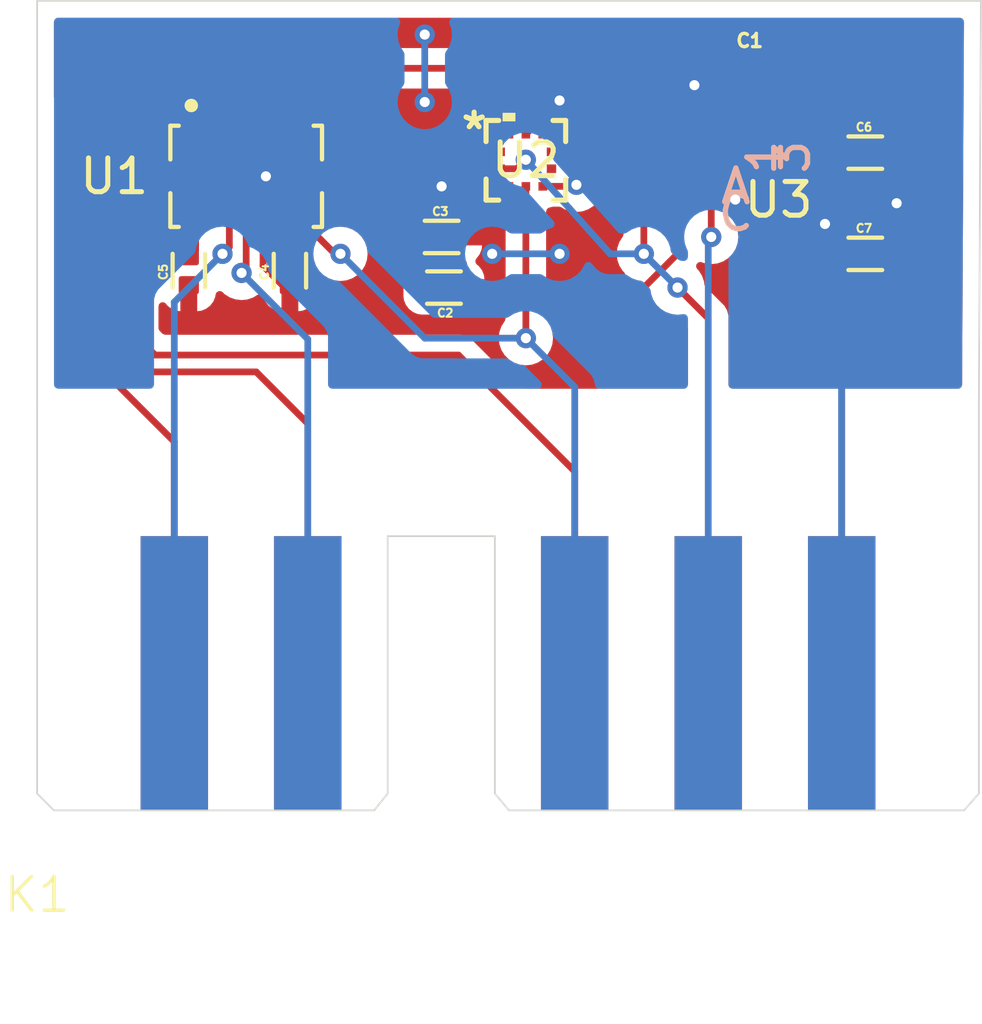
<source format=kicad_pcb>
(kicad_pcb (version 20240108) (generator "pcbnew") (generator_version "8.0")
  (layers (0 "F.Cu" signal) (31 "B.Cu" signal) (34 "B.Paste" user) (35 "F.Paste" user) (36 "B.SilkS" user "B.Silkscreen") (37 "F.SilkS" user "F.Silkscreen") (38 "B.Mask" user) (39 "F.Mask" user) (44 "Edge.Cuts" user))
  (net 0 "")
  (net 1 "SCL")
  (net 2 "MAG_INT")
  (net 3 "GND")
  (net 4 "SDA")
  (net 5 "+3V3")
  (net 6 "GYRO_INT_1")
  (net 7 "ACCEL_INT_1")
  (net 8 "GYRO_INT_2")
  (net 9 "ACCEL_INT_2")
  (net 13 "BARO_INT")
  (footprint "BMM350:BGA9_BMM350_BOS" (layer "F.Cu") (at 117 42.90005)
    (property "Reference" "U3" (at 0 0 0) (layer "F.SilkS"))
    (property "Value" "BMM350")
    (fp_text user "A" (at -1.27 -0.40005 0) (layer "B.SilkS"))
    (fp_text user "3" (at 0.40005 -1.27 90) (layer "B.SilkS"))
    (fp_text user "1" (at -0.40005 -1.27 90) (layer "B.SilkS"))
    (fp_text user "C" (at -1.27 0.40005 0) (layer "B.SilkS"))
    (fp_text user "A" (at -1.27 -0.40005 0) (layer "F.SilkS"))
    (fp_text user "C" (at -1.27 0.40005 0) (layer "F.SilkS"))
    (fp_text user "1" (at -0.40005 -1.27 90) (layer "F.SilkS"))
    (fp_text user "3" (at 0.40005 -1.27 90) (layer "F.SilkS"))
    (pad "A1" smd circle (at -0.40005 -0.40005) (size 0.2286 0.2286) (layers "F.Cu" "F.Paste" "F.Mask") (net 2 "MAG_INT"))
    (pad "A2" smd circle (at 0 -0.40005) (size 0.2286 0.2286) (layers "F.Cu" "F.Paste" "F.Mask") (net 4 "SDA"))
    (pad "A3" smd circle (at 0.40005 -0.40005) (size 0.2286 0.2286) (layers "F.Cu" "F.Paste" "F.Mask") (net 1 "SCL"))
    (pad "B1" smd circle (at -0.40005 0) (size 0.2286 0.2286) (layers "F.Cu" "F.Paste" "F.Mask") (net 3 "GND"))
    (pad "B2" smd circle (at 0 0) (size 0.2286 0.2286) (layers "F.Cu" "F.Paste" "F.Mask") (net 3 "GND"))
    (pad "B3" smd circle (at 0.40005 0) (size 0.2286 0.2286) (layers "F.Cu" "F.Paste" "F.Mask") (net 5 "+3V3"))
    (pad "C1" smd circle (at -0.40005 0.40005) (size 0.2286 0.2286) (layers "F.Cu" "F.Paste" "F.Mask") (net 5 "+3V3"))
    (pad "C2" smd circle (at 0 0.40005) (size 0.2286 0.2286) (layers "F.Cu" "F.Paste" "F.Mask") (net 5 "+3V3"))
    (pad "C3" smd circle (at 0.40005 0.40005) (size 0.2286 0.2286) (layers "F.Cu" "F.Paste" "F.Mask") (net 3 "GND"))
  )
  (footprint "CL05B104KP5NNNC:CAPC1005X55N" (layer "F.Cu") (at 119.57 44.5)
    (property "Reference" "C7" (at -0.038171 -0.755633 0) (layer "F.SilkS") (effects (font (size 0.241029 0.241029))))
    (property "Value" "100nF")
    (fp_line (start -0.5 0.48) (end 0.5 0.48) (stroke (width 0.127)) (layer "F.SilkS"))
    (fp_line (start 0.5 -0.48) (end -0.5 -0.48) (stroke (width 0.127)) (layer "F.SilkS"))
    (pad "1" smd roundrect (at -0.43 0 90) (size 0.6 0.54) (layers "F.Cu" "F.Paste" "F.Mask") (roundrect_rratio 0.14) (net 5 "+3V3"))
    (pad "2" smd roundrect (at 0.43 0 90) (size 0.6 0.54) (layers "F.Cu" "F.Paste" "F.Mask") (roundrect_rratio 0.14) (net 3 "GND"))
  )
  (footprint "CL05B104KP5NNNC:CAPC1005X55N" (layer "F.Cu") (at 119.57 41.5)
    (property "Reference" "C6" (at -0.038171 -0.755633 0) (layer "F.SilkS") (effects (font (size 0.241029 0.241029))))
    (property "Value" "100nF")
    (fp_line (start -0.5 0.48) (end 0.5 0.48) (stroke (width 0.127)) (layer "F.SilkS"))
    (fp_line (start 0.5 -0.48) (end -0.5 -0.48) (stroke (width 0.127)) (layer "F.SilkS"))
    (pad "1" smd roundrect (at -0.43 0 90) (size 0.6 0.54) (layers "F.Cu" "F.Paste" "F.Mask") (roundrect_rratio 0.14) (net 5 "+3V3"))
    (pad "2" smd roundrect (at 0.43 0 90) (size 0.6 0.54) (layers "F.Cu" "F.Paste" "F.Mask") (roundrect_rratio 0.14) (net 3 "GND"))
  )
  (footprint "CL05B104KP5NNNC:CAPC1005X55N" (layer "F.Cu") (at 99.5 45 90)
    (property "Reference" "C5" (at -0.038171 -0.755633 270) (layer "F.SilkS") (effects (font (size 0.241029 0.241029))))
    (property "Value" "100nF")
    (fp_line (start 0.5 -0.48) (end -0.5 -0.48) (stroke (width 0.127)) (layer "F.SilkS"))
    (fp_line (start -0.5 0.48) (end 0.5 0.48) (stroke (width 0.127)) (layer "F.SilkS"))
    (pad "1" smd roundrect (at -0.43 0 180) (size 0.6 0.54) (layers "F.Cu" "F.Paste" "F.Mask") (roundrect_rratio 0.14) (net 5 "+3V3"))
    (pad "2" smd roundrect (at 0.43 0 180) (size 0.6 0.54) (layers "F.Cu" "F.Paste" "F.Mask") (roundrect_rratio 0.14) (net 3 "GND"))
  )
  (footprint "CL05B104KP5NNNC:CAPC1005X55N" (layer "F.Cu") (at 107 44)
    (property "Reference" "C3" (at -0.038171 -0.755633 0) (layer "F.SilkS") (effects (font (size 0.241029 0.241029))))
    (property "Value" "100nF")
    (fp_line (start -0.5 0.48) (end 0.5 0.48) (stroke (width 0.127)) (layer "F.SilkS"))
    (fp_line (start 0.5 -0.48) (end -0.5 -0.48) (stroke (width 0.127)) (layer "F.SilkS"))
    (pad "1" smd roundrect (at -0.43 0 90) (size 0.6 0.54) (layers "F.Cu" "F.Paste" "F.Mask") (roundrect_rratio 0.14) (net 3 "GND"))
    (pad "2" smd roundrect (at 0.43 0 90) (size 0.6 0.54) (layers "F.Cu" "F.Paste" "F.Mask") (roundrect_rratio 0.14) (net 5 "+3V3"))
  )
  (footprint "BMI088:PQFN50P450X300X100-16N" (layer "F.Cu") (at 101.2025 42.2025)
    (property "Reference" "U1" (at -3.915 0 0) (layer "F.SilkS"))
    (property "Value" "BMI088")
    (fp_line (start -2.25 -1.5) (end -2 -1.5) (stroke (width 0.127)) (layer "F.SilkS"))
    (fp_line (start -2.25 -0.5) (end -2.25 -1.5) (stroke (width 0.127)) (layer "F.SilkS"))
    (fp_line (start -2.25 1.5) (end -2.25 0.5) (stroke (width 0.127)) (layer "F.SilkS"))
    (fp_line (start -2 1.5) (end -2.25 1.5) (stroke (width 0.127)) (layer "F.SilkS"))
    (fp_line (start 2.25 -1.5) (end 2 -1.5) (stroke (width 0.127)) (layer "F.SilkS"))
    (fp_line (start 2.25 -0.5) (end 2.25 -1.5) (stroke (width 0.127)) (layer "F.SilkS"))
    (fp_line (start 2.25 0.5) (end 2.25 1.5) (stroke (width 0.127)) (layer "F.SilkS"))
    (fp_line (start 2.25 1.5) (end 2 1.5) (stroke (width 0.127)) (layer "F.SilkS"))
    (fp_circle (center -1.629 -2.1) (end -1.529 -2.1) (stroke (width 0.2)) (fill none) (layer "F.SilkS"))
    (pad "1" smd rect (at -1.5 -1.165 270) (size 0.59 0.35) (layers "F.Cu" "F.Paste" "F.Mask") (net 9 "ACCEL_INT_2"))
    (pad "2" smd rect (at -1 -1.165 270) (size 0.59 0.35) (layers "F.Cu" "F.Paste" "F.Mask") (net 3 "GND"))
    (pad "3" smd rect (at -0.5 -1.165 270) (size 0.59 0.35) (layers "F.Cu" "F.Paste" "F.Mask") (net 5 "+3V3"))
    (pad "4" smd rect (at 0 -1.165 270) (size 0.59 0.35) (layers "F.Cu" "F.Paste" "F.Mask") (net 3 "GND"))
    (pad "5" smd rect (at 0.5 -1.165 270) (size 0.59 0.35) (layers "F.Cu" "F.Paste" "F.Mask"))
    (pad "6" smd rect (at 1 -1.165 270) (size 0.59 0.35) (layers "F.Cu" "F.Paste" "F.Mask") (net 3 "GND"))
    (pad "7" smd rect (at 1.5 -1.165 270) (size 0.59 0.35) (layers "F.Cu" "F.Paste" "F.Mask") (net 5 "+3V3"))
    (pad "8" smd rect (at 1.915 0 180) (size 0.59 0.35) (layers "F.Cu" "F.Paste" "F.Mask") (net 1 "SCL"))
    (pad "9" smd rect (at 1.5 1.165 90) (size 0.59 0.35) (layers "F.Cu" "F.Paste" "F.Mask") (net 4 "SDA"))
    (pad "10" smd rect (at 1 1.165 90) (size 0.59 0.35) (layers "F.Cu" "F.Paste" "F.Mask") (net 3 "GND"))
    (pad "11" smd rect (at 0.5 1.165 90) (size 0.59 0.35) (layers "F.Cu" "F.Paste" "F.Mask") (net 5 "+3V3"))
    (pad "12" smd rect (at 0 1.165 90) (size 0.59 0.35) (layers "F.Cu" "F.Paste" "F.Mask") (net 6 "GYRO_INT_1"))
    (pad "13" smd rect (at -0.5 1.165 90) (size 0.59 0.35) (layers "F.Cu" "F.Paste" "F.Mask") (net 8 "GYRO_INT_2"))
    (pad "14" smd rect (at -1 1.165 90) (size 0.59 0.35) (layers "F.Cu" "F.Paste" "F.Mask"))
    (pad "15" smd rect (at -1.5 1.165 90) (size 0.59 0.35) (layers "F.Cu" "F.Paste" "F.Mask") (net 3 "GND"))
    (pad "16" smd rect (at -1.915 0) (size 0.59 0.35) (layers "F.Cu" "F.Paste" "F.Mask") (net 7 "ACCEL_INT_1"))
  )
  (footprint "BMP581:QFN10_BMP581_BOS" (layer "F.Cu") (at 109.5 41.726999)
    (property "Reference" "U2" (at 0 0 0) (layer "F.SilkS"))
    (property "Value" "BMP581")
    (fp_line (start -1.1811 -1.1811) (end -1.1811 -0.555042) (stroke (width 0.1524)) (layer "F.SilkS"))
    (fp_line (start -1.1811 0.555042) (end -1.1811 1.1811) (stroke (width 0.1524)) (layer "F.SilkS"))
    (fp_line (start -1.1811 1.1811) (end -0.805041 1.1811) (stroke (width 0.1524)) (layer "F.SilkS"))
    (fp_line (start -0.805041 -1.1811) (end -1.1811 -1.1811) (stroke (width 0.1524)) (layer "F.SilkS"))
    (fp_line (start 0.805041 1.1811) (end 1.1811 1.1811) (stroke (width 0.1524)) (layer "F.SilkS"))
    (fp_line (start 1.1811 -1.1811) (end 0.805041 -1.1811) (stroke (width 0.1524)) (layer "F.SilkS"))
    (fp_line (start 1.1811 -0.555042) (end 1.1811 -1.1811) (stroke (width 0.1524)) (layer "F.SilkS"))
    (fp_line (start 1.1811 1.1811) (end 1.1811 0.555042) (stroke (width 0.1524)) (layer "F.SilkS"))
    (fp_poly (pts (xy -0.690499 -1.154001) (xy -0.690499 -1.408001) (xy -0.309499 -1.408001) (xy -0.309499 -1.154001)) (fill solid) (layer "F.SilkS"))
    (fp_text user "*" (at -1.535 -0.881 0) (layer "F.SilkS"))
    (fp_text user "*" (at -1.535 -0.881 0) (layer "F.SilkS"))
    (pad "1" smd rect (at -0.760301 -0.25 90) (size 0.254 0.2794) (layers "F.Cu" "F.Paste" "F.Mask") (net 5 "+3V3"))
    (pad "2" smd rect (at -0.760301 0.25 90) (size 0.254 0.2794) (layers "F.Cu" "F.Paste" "F.Mask") (net 1 "SCL"))
    (pad "3" smd rect (at -0.499999 0.773001) (size 0.254 0.254) (layers "F.Cu" "F.Paste" "F.Mask") (net 3 "GND"))
    (pad "4" smd rect (at 0 0.773001) (size 0.254 0.254) (layers "F.Cu" "F.Paste" "F.Mask") (net 4 "SDA"))
    (pad "5" smd rect (at 0.499999 0.773001) (size 0.254 0.254) (layers "F.Cu" "F.Paste" "F.Mask") (net 3 "GND"))
    (pad "6" smd rect (at 0.760301 0.25 90) (size 0.254 0.2794) (layers "F.Cu" "F.Paste" "F.Mask"))
    (pad "7" smd rect (at 0.760301 -0.25 90) (size 0.254 0.2794) (layers "F.Cu" "F.Paste" "F.Mask") (net 13 "BARO_INT"))
    (pad "8" smd rect (at 0.499999 -0.773001) (size 0.254 0.254) (layers "F.Cu" "F.Paste" "F.Mask") (net 3 "GND"))
    (pad "9" smd rect (at 0 -0.773001) (size 0.254 0.254) (layers "F.Cu" "F.Paste" "F.Mask") (net 3 "GND"))
    (pad "10" smd rect (at -0.499999 -0.773001) (size 0.254 0.254) (layers "F.Cu" "F.Paste" "F.Mask") (net 5 "+3V3"))
  )
  (footprint "CL05B104KP5NNNC:CAPC1005X55N" (layer "F.Cu") (at 102.5 45 90)
    (property "Reference" "C4" (at -0.038171 -0.755633 270) (layer "F.SilkS") (effects (font (size 0.241029 0.241029))))
    (property "Value" "100nF")
    (fp_line (start 0.5 -0.48) (end -0.5 -0.48) (stroke (width 0.127)) (layer "F.SilkS"))
    (fp_line (start -0.5 0.48) (end 0.5 0.48) (stroke (width 0.127)) (layer "F.SilkS"))
    (pad "1" smd roundrect (at -0.43 0 180) (size 0.6 0.54) (layers "F.Cu" "F.Paste" "F.Mask") (roundrect_rratio 0.14) (net 5 "+3V3"))
    (pad "2" smd roundrect (at 0.43 0 180) (size 0.6 0.54) (layers "F.Cu" "F.Paste" "F.Mask") (roundrect_rratio 0.14) (net 3 "GND"))
  )
  (footprint "CGB4B3X7R0J225K055AB:CAPC2012X55N" (layer "F.Cu") (at 116.59995 39.5)
    (property "Reference" "C1" (at -0.46 -1.32 0) (layer "F.SilkS") (effects (font (size 0.393701 0.393701))))
    (property "Value" "2.2uF")
    (pad "1" smd rect (at -0.88 0) (size 1.15 1.47) (layers "F.Cu" "F.Paste" "F.Mask") (net 3 "GND"))
    (pad "2" smd rect (at 0.88 0) (size 1.15 1.47) (layers "F.Cu" "F.Paste" "F.Mask") (net 5 "+3V3"))
  )
  (footprint "CL05B104KP5NNNC:CAPC1005X55N" (layer "F.Cu") (at 107.07 45.5 180)
    (property "Reference" "C2" (at -0.038171 -0.755633 180) (layer "F.SilkS") (effects (font (size 0.241029 0.241029))))
    (property "Value" "100nF")
    (fp_line (start 0.5 -0.48) (end -0.5 -0.48) (stroke (width 0.127)) (layer "F.SilkS"))
    (fp_line (start -0.5 0.48) (end 0.5 0.48) (stroke (width 0.127)) (layer "F.SilkS"))
    (pad "1" smd roundrect (at -0.43 0 270) (size 0.6 0.54) (layers "F.Cu" "F.Paste" "F.Mask") (roundrect_rratio 0.14) (net 5 "+3V3"))
    (pad "2" smd roundrect (at 0.43 0 270) (size 0.6 0.54) (layers "F.Cu" "F.Paste" "F.Mask") (roundrect_rratio 0.14) (net 3 "GND"))
  )
  (footprint "12PinFootprint:12_Pin_Edge_Connector" (layer "F.Cu") (at 95 49)
    (property "Reference" "K1" (at 0 14.5 0) (layer "F.SilkS") (effects (font (thickness 0.1))))
    (property "Value" "~")
    (fp_line (start 0 0) (end 0 11.5) (stroke (width 0.05)) (layer "Edge.Cuts"))
    (fp_line (start 0 11.5) (end 0.5 12) (stroke (width 0.05)) (layer "Edge.Cuts"))
    (fp_line (start 10 12) (end 0.5 12) (stroke (width 0.05)) (layer "Edge.Cuts"))
    (fp_line (start 10 12) (end 10.4 11.5) (stroke (width 0.05)) (layer "Edge.Cuts"))
    (fp_line (start 10.4 3.87) (end 10.4 11.5) (stroke (width 0.05)) (layer "Edge.Cuts"))
    (fp_line (start 13.58 3.87) (end 10.4 3.87) (stroke (width 0.05)) (layer "Edge.Cuts"))
    (fp_line (start 13.58 11.5) (end 13.58 3.87) (stroke (width 0.05)) (layer "Edge.Cuts"))
    (fp_line (start 13.58 11.5) (end 14 12) (stroke (width 0.05)) (layer "Edge.Cuts"))
    (fp_line (start 27.5 12) (end 14 12) (stroke (width 0.05)) (layer "Edge.Cuts"))
    (fp_line (start 27.5 12) (end 27.94 11.5) (stroke (width 0.05)) (layer "Edge.Cuts"))
    (fp_line (start 27.94 0) (end 27.94 11.5) (stroke (width 0.05)) (layer "Edge.Cuts"))
    (pad "1" smd rect (at 23.87 7.935) (size 2 8.13) (layers "F.Cu" "F.Paste" "F.Mask") (net 5 "+3V3"))
    (pad "2" smd rect (at 19.91 7.935) (size 2 8.13) (layers "F.Cu" "F.Paste" "F.Mask") (net 1 "SCL"))
    (pad "3" smd rect (at 15.95 7.935) (size 2 8.13) (layers "F.Cu" "F.Paste" "F.Mask") (net 7 "ACCEL_INT_1"))
    (pad "4" smd rect (at 8.03 7.935) (size 2 8.13) (layers "F.Cu" "F.Paste" "F.Mask") (net 9 "ACCEL_INT_2"))
    (pad "5" smd rect (at 4.07 7.935) (size 2 8.13) (layers "F.Cu" "F.Paste" "F.Mask") (net 13 "BARO_INT"))
    (pad "6" smd rect (at 23.87 7.935) (size 2 8.13) (layers "B.Cu" "F.Paste" "F.Mask") (net 3 "GND"))
    (pad "7" smd rect (at 19.91 7.935) (size 2 8.13) (layers "B.Cu" "F.Paste" "F.Mask") (net 2 "MAG_INT"))
    (pad "8" smd rect (at 15.95 7.935) (size 2 8.13) (layers "B.Cu" "F.Paste" "F.Mask") (net 4 "SDA"))
    (pad "9" smd rect (at 8.03 7.935) (size 2 8.13) (layers "B.Cu" "F.Paste" "F.Mask") (net 6 "GYRO_INT_1"))
    (pad "10" smd rect (at 4.07 7.935) (size 2 8.13) (layers "B.Cu" "F.Paste" "F.Mask") (net 8 "GYRO_INT_2"))
  )
  (gr_line (start 122.94 49) (end 123 37) (stroke (width 0.05)) (layer "Edge.Cuts"))
  (gr_line (start 123 37) (end 95 37) (stroke (width 0.05)) (layer "Edge.Cuts"))
  (gr_line (start 95 49) (end 95 37) (stroke (width 0.05)) (layer "Edge.Cuts"))
  (segment (start 117.4143 41.925514) (end 116.588786 41.1) (width 0.2) (layer "F.Cu") (net 1))
  (segment (start 113.4 41.1) (end 113 41.5) (width 0.2) (layer "F.Cu") (net 1))
  (segment (start 109.232015 41.976999) (end 108.739699 41.976999) (width 0.2) (layer "F.Cu") (net 1))
  (segment (start 113 41.5) (end 113 44.5) (width 0.2) (layer "F.Cu") (net 1))
  (segment (start 108.023001 41.976999) (end 107.946002 41.9) (width 0.2) (layer "F.Cu") (net 1))
  (segment (start 103.42 41.9) (end 103.1175 42.2025) (width 0.2) (layer "F.Cu") (net 1))
  (segment (start 117.4143 42.48575) (end 117.40005 42.5) (width 0.15) (layer "F.Cu") (net 1))
  (segment (start 109.498831 41.710183) (end 109.232015 41.976999) (width 0.2) (layer "F.Cu") (net 1))
  (segment (start 114.91 56.435) (end 114.91 46.41) (width 0.2) (layer "F.Cu") (net 1))
  (segment (start 116.588786 41.1) (end 113.4 41.1) (width 0.2) (layer "F.Cu") (net 1))
  (segment (start 107.946002 41.9) (end 103.42 41.9) (width 0.2) (layer "F.Cu") (net 1))
  (segment (start 108.739699 41.976999) (end 108.023001 41.976999) (width 0.2) (layer "F.Cu") (net 1))
  (segment (start 117.4143 41.925514) (end 117.4143 42.48575) (width 0.15) (layer "F.Cu") (net 1))
  (segment (start 114.91 46.41) (end 114 45.5) (width 0.2) (layer "F.Cu") (net 1))
  (via (at 109.498831 41.710183) (size 0.6) (drill 0.3) (layers "F.Cu" "B.Cu") (net 1))
  (via (at 113 44.5) (size 0.6) (drill 0.3) (layers "F.Cu" "B.Cu") (net 1))
  (via (at 114 45.5) (size 0.6) (drill 0.3) (layers "F.Cu" "B.Cu") (net 1))
  (segment (start 114 45.5) (end 113 44.5) (width 0.2) (layer "B.Cu") (net 1))
  (segment (start 113 44.5) (end 112 44.5) (width 0.2) (layer "B.Cu") (net 1))
  (segment (start 109.498831 41.710183) (end 109.491 41.849286) (width 0.2) (layer "B.Cu") (net 1))
  (segment (start 112 44.5) (end 109.498831 41.710183) (width 0.2) (layer "B.Cu") (net 1))
  (segment (start 115 42.756169) (end 115.756169 42) (width 0.2) (layer "F.Cu") (net 2))
  (segment (start 116.09995 42) (end 116.5857 42.48575) (width 0.2) (layer "F.Cu") (net 2))
  (segment (start 115.756169 42) (end 116.09995 42) (width 0.2) (layer "F.Cu") (net 2))
  (segment (start 115 44) (end 115 42.756169) (width 0.2) (layer "F.Cu") (net 2))
  (via (at 115 44) (size 0.6) (drill 0.3) (layers "F.Cu" "B.Cu") (net 2))
  (segment (start 114.91 44.09) (end 115 44) (width 0.2) (layer "B.Cu") (net 2))
  (segment (start 114.91 56.935) (end 114.91 44.09) (width 0.2) (layer "B.Cu") (net 2))
  (segment (start 114.5 39.5) (end 115.71995 39.5) (width 0.2) (layer "F.Cu") (net 3))
  (segment (start 120.5 44) (end 120 44.5) (width 0.2) (layer "F.Cu") (net 3))
  (segment (start 110.953997 42.5) (end 110.999999 42.453998) (width 0.2) (layer "F.Cu") (net 3))
  (segment (start 101.7875 42.2025) (end 100.7975 42.2025) (width 0.2) (layer "F.Cu") (net 3))
  (segment (start 106.57 42.93) (end 106.57 44) (width 0.2) (layer "F.Cu") (net 3))
  (segment (start 102.2025 41.7875) (end 102.2025 41.0375) (width 0.2) (layer "F.Cu") (net 3))
  (segment (start 109.999999 42.5) (end 110.953997 42.5) (width 0.2) (layer "F.Cu") (net 3))
  (segment (start 100.7975 42.2025) (end 100.2025 41.6075) (width 0.2) (layer "F.Cu") (net 3))
  (segment (start 109.5 40.953998) (end 109.5 40.953997) (width 0.2) (layer "F.Cu") (net 3))
  (segment (start 99.7025 42.7975) (end 99.7025 43.3675) (width 0.2) (layer "F.Cu") (net 3))
  (segment (start 120 42.5) (end 120.5 43) (width 0.2) (layer "F.Cu") (net 3))
  (segment (start 107 42.5) (end 109.000001 42.5) (width 0.2) (layer "F.Cu") (net 3))
  (segment (start 102.2025 44.2725) (end 102.5 44.57) (width 0.2) (layer "F.Cu") (net 3))
  (segment (start 116.40582 42.891779) (end 116.414091 42.90005) (width 0.15) (layer "F.Cu") (net 3))
  (segment (start 102.2025 43.3675) (end 102.2025 44.2725) (width 0.2) (layer "F.Cu") (net 3))
  (segment (start 117 42.90005) (end 117.01075 42.9108) (width 0.15) (layer "F.Cu") (net 3))
  (segment (start 116.414091 42.90005) (end 117 42.90005) (width 0.15) (layer "F.Cu") (net 3))
  (segment (start 101.2025 41.6175) (end 101.7875 42.2025) (width 0.2) (layer "F.Cu") (net 3))
  (segment (start 102.2025 42.6175) (end 102.2025 43.3675) (width 0.2) (layer "F.Cu") (net 3))
  (segment (start 120 41.5) (end 120 42.5) (width 0.2) (layer "F.Cu") (net 3))
  (segment (start 101.7875 42.2025) (end 102.2025 42.6175) (width 0.2) (layer "F.Cu") (net 3))
  (segment (start 106.57 44) (end 106.57 45.43) (width 0.2) (layer "F.Cu") (net 3))
  (segment (start 109.999999 40.453998) (end 110.499999 39.953998) (width 0.2) (layer "F.Cu") (net 3))
  (segment (start 100.2975 42.2025) (end 99.7025 42.7975) (width 0.2) (layer "F.Cu") (net 3))
  (segment (start 101.2025 41.0375) (end 101.2025 41.6175) (width 0.2) (layer "F.Cu") (net 3))
  (segment (start 120.5 43) (end 120.5 44) (width 0.2) (layer "F.Cu") (net 3))
  (segment (start 101.7875 42.2025) (end 102.2025 41.7875) (width 0.2) (layer "F.Cu") (net 3))
  (segment (start 115.712919 42.891779) (end 116.40582 42.891779) (width 0.15) (layer "F.Cu") (net 3))
  (segment (start 109.5 40.953997) (end 110.499999 39.953998) (width 0.2) (layer "F.Cu") (net 3))
  (segment (start 109.478833 40.975165) (end 109.5 40.953998) (width 0.2) (layer "F.Cu") (net 3))
  (segment (start 106.57 45.43) (end 106.64 45.5) (width 0.2) (layer "F.Cu") (net 3))
  (segment (start 101.7875 42.2025) (end 100.2975 42.2025) (width 0.2) (layer "F.Cu") (net 3))
  (segment (start 107 42.5) (end 106.57 42.93) (width 0.2) (layer "F.Cu") (net 3))
  (segment (start 117.714015 43.614065) (end 117.4143 43.31435) (width 0.2) (layer "F.Cu") (net 3))
  (segment (start 99.7025 43.3675) (end 99.7025 44.3675) (width 0.2) (layer "F.Cu") (net 3))
  (segment (start 100.2025 41.6075) (end 100.2025 41.0375) (width 0.2) (layer "F.Cu") (net 3))
  (segment (start 99.7025 44.3675) (end 99.5 44.57) (width 0.2) (layer "F.Cu") (net 3))
  (segment (start 109.999999 40.953998) (end 109.999999 40.453998) (width 0.2) (layer "F.Cu") (net 3))
  (segment (start 118.374578 43.614065) (end 117.714015 43.614065) (width 0.2) (layer "F.Cu") (net 3))
  (via (at 107 42.5) (size 0.6) (drill 0.3) (layers "F.Cu" "B.Cu") (net 3))
  (via (at 110.499999 39.953998) (size 0.6) (drill 0.3) (layers "F.Cu" "B.Cu") (net 3))
  (via (at 101.7875 42.2025) (size 0.6) (drill 0.3) (layers "F.Cu" "B.Cu") (net 3))
  (via (at 120.5 43) (size 0.6) (drill 0.3) (layers "F.Cu" "B.Cu") (net 3))
  (via (at 118.374578 43.614065) (size 0.6) (drill 0.3) (layers "F.Cu" "B.Cu") (net 3))
  (via (at 114.5 39.5) (size 0.6) (drill 0.3) (layers "F.Cu" "B.Cu") (net 3))
  (via (at 110.999999 42.453998) (size 0.6) (drill 0.3) (layers "F.Cu" "B.Cu") (net 3))
  (via (at 115.712919 42.891779) (size 0.6) (drill 0.3) (layers "F.Cu" "B.Cu") (net 3))
  (segment (start 118.87 54.617349) (end 118.86608 54.613429) (width 0.2) (layer "B.Cu") (net 3))
  (segment (start 118.86608 54.613429) (end 118.86608 47.174767) (width 0.2) (layer "B.Cu") (net 3))
  (segment (start 118.87 56.435) (end 118.87 54.617349) (width 0.2) (layer "B.Cu") (net 3))
  (segment (start 109.5 46) (end 109.5 42.5) (width 0.2) (layer "F.Cu") (net 4))
  (segment (start 114 44.5) (end 112.5 46) (width 0.2) (layer "F.Cu") (net 4))
  (segment (start 117 42.041544) (end 117 42.5) (width 0.15) (layer "F.Cu") (net 4))
  (segment (start 116.458456 41.5) (end 117 42.041544) (width 0.15) (layer "F.Cu") (net 4))
  (segment (start 115 41.5) (end 116.458456 41.5) (width 0.15) (layer "F.Cu") (net 4))
  (segment (start 103.835 44.5) (end 102.7025 43.3675) (width 0.2) (layer "F.Cu") (net 4))
  (segment (start 114 42.5) (end 114 44.5) (width 0.2) (layer "F.Cu") (net 4))
  (segment (start 112.5 46) (end 109.5 46) (width 0.2) (layer "F.Cu") (net 4))
  (segment (start 104 44.5) (end 103.835 44.5) (width 0.2) (layer "F.Cu") (net 4))
  (segment (start 115 41.5) (end 114 42.5) (width 0.2) (layer "F.Cu") (net 4))
  (segment (start 109.5 47) (end 109.5 46) (width 0.2) (layer "F.Cu") (net 4))
  (via (at 109.5 47) (size 0.6) (drill 0.3) (layers "F.Cu" "B.Cu") (net 4))
  (via (at 104 44.5) (size 0.6) (drill 0.3) (layers "F.Cu" "B.Cu") (net 4))
  (segment (start 106.5 47) (end 104 44.5) (width 0.2) (layer "B.Cu") (net 4))
  (segment (start 109.5 47) (end 106.5 47) (width 0.2) (layer "B.Cu") (net 4))
  (segment (start 110.95 56.935) (end 110.95 48.45) (width 0.2) (layer "B.Cu") (net 4))
  (segment (start 110.95 48.45) (end 109.5 47) (width 0.2) (layer "B.Cu") (net 4))
  (segment (start 100.7025 41.0375) (end 100.7025 40.2025) (width 0.2) (layer "F.Cu") (net 5))
  (segment (start 102.7025 41.0375) (end 102.7025 40.2975) (width 0.2) (layer "F.Cu") (net 5))
  (segment (start 117 44.5) (end 117 43.3001) (width 0.15) (layer "F.Cu") (net 5))
  (segment (start 108.128469 41.476999) (end 108.739699 41.476999) (width 0.2) (layer "F.Cu") (net 5))
  (segment (start 116.59995 44.20715) (end 116.59995 43.31435) (width 0.2) (layer "F.Cu") (net 5))
  (segment (start 101.7025 44.853971) (end 101.7025 43.3675) (width 0.2) (layer "F.Cu") (net 5))
  (segment (start 119.14 43.14) (end 119.14 44.5) (width 0.15) (layer "F.Cu") (net 5))
  (segment (start 118.87 46.999125) (end 118.872457 46.996668) (width 0.2) (layer "F.Cu") (net 5))
  (segment (start 100.7025 40.2025) (end 100.5 40) (width 0.2) (layer "F.Cu") (net 5))
  (segment (start 109.000001 40.953998) (end 109.000001 40.500001) (width 0.2) (layer "F.Cu") (net 5))
  (segment (start 117.40005 42.90005) (end 118.90005 42.90005) (width 0.15) (layer "F.Cu") (net 5))
  (segment (start 118.87 56.435) (end 118.87 46.999125) (width 0.2) (layer "F.Cu") (net 5))
  (segment (start 117 44.5) (end 116.8928 44.5) (width 0.2) (layer "F.Cu") (net 5))
  (segment (start 102.278529 45.43) (end 102.5 45.43) (width 0.2) (layer "F.Cu") (net 5))
  (segment (start 116.8928 44.5) (end 116.59995 44.20715) (width 0.2) (layer "F.Cu") (net 5))
  (segment (start 109.000001 40.500001) (end 108.5 40) (width 0.2) (layer "F.Cu") (net 5))
  (segment (start 102.7025 40.2975) (end 103 40) (width 0.2) (layer "F.Cu") (net 5))
  (segment (start 118.90005 42.90005) (end 119.14 43.14) (width 0.15) (layer "F.Cu") (net 5))
  (segment (start 118.64 44.5) (end 117 44.5) (width 0.2) (layer "F.Cu") (net 5))
  (segment (start 101.7025 44.853971) (end 102.278529 45.43) (width 0.2) (layer "F.Cu") (net 5))
  (via (at 106.5 40) (size 0.6) (drill 0.3) (layers "F.Cu" "B.Cu") (net 5))
  (via (at 108.5 44.5) (size 0.6) (drill 0.3) (layers "F.Cu" "B.Cu") (net 5))
  (via (at 110.5 44.5) (size 0.6) (drill 0.3) (layers "F.Cu" "B.Cu") (net 5))
  (via (at 106.5 38) (size 0.6) (drill 0.3) (layers "F.Cu" "B.Cu") (net 5))
  (segment (start 106.5 38) (end 106.5 40) (width 0.2) (layer "B.Cu") (net 5))
  (segment (start 108.5 44.5) (end 110.5 44.5) (width 0.2) (layer "B.Cu") (net 5))
  (segment (start 101.065687 45.065687) (end 101.2025 44.928874) (width 0.2) (layer "F.Cu") (net 6))
  (segment (start 101.2025 44.928874) (end 101.2025 43.3675) (width 0.2) (layer "F.Cu") (net 6))
  (via (at 101.065687 45.065687) (size 0.6) (drill 0.3) (layers "F.Cu" "B.Cu") (net 6))
  (segment (start 101.065687 45.065687) (end 103.03 47.03) (width 0.2) (layer "B.Cu") (net 6))
  (segment (start 103.03 47.03) (end 103.03 56.435) (width 0.2) (layer "B.Cu") (net 6))
  (segment (start 98.5 47.5) (end 98 47) (width 0.2) (layer "F.Cu") (net 7))
  (segment (start 110.95 50.95) (end 107.5 47.5) (width 0.2) (layer "F.Cu") (net 7))
  (segment (start 98 42.5) (end 98.2975 42.2025) (width 0.2) (layer "F.Cu") (net 7))
  (segment (start 107.5 47.5) (end 98.5 47.5) (width 0.2) (layer "F.Cu") (net 7))
  (segment (start 98.2975 42.2025) (end 99.2875 42.2025) (width 0.2) (layer "F.Cu") (net 7))
  (segment (start 110.95 56.435) (end 110.95 50.95) (width 0.2) (layer "F.Cu") (net 7))
  (segment (start 98 47) (end 98 42.5) (width 0.2) (layer "F.Cu") (net 7))
  (segment (start 100.7025 44.2975) (end 100.7025 43.3675) (width 0.2) (layer "F.Cu") (net 8))
  (segment (start 100.5 44.5) (end 100.7025 44.2975) (width 0.2) (layer "F.Cu") (net 8))
  (via (at 100.5 44.5) (size 0.6) (drill 0.3) (layers "F.Cu" "B.Cu") (net 8))
  (segment (start 99.07 45.93) (end 100.5 44.5) (width 0.2) (layer "B.Cu") (net 8))
  (segment (start 99.07 56.435) (end 99.07 45.93) (width 0.2) (layer "B.Cu") (net 8))
  (segment (start 99 40.335) (end 99.7025 41.0375) (width 0.2) (layer "F.Cu") (net 9))
  (segment (start 103.03 50.03) (end 103.03 49.53) (width 0.2) (layer "F.Cu") (net 9))
  (segment (start 97 41.5) (end 98.165 40.335) (width 0.2) (layer "F.Cu") (net 9))
  (segment (start 98 48) (end 97 47) (width 0.2) (layer "F.Cu") (net 9))
  (segment (start 103.03 51.03) (end 103.03 50.03) (width 0.2) (layer "F.Cu") (net 9))
  (segment (start 97 47) (end 97 41.5) (width 0.2) (layer "F.Cu") (net 9))
  (segment (start 98.165 40.335) (end 99 40.335) (width 0.2) (layer "F.Cu") (net 9))
  (segment (start 101.5 48) (end 98 48) (width 0.2) (layer "F.Cu") (net 9))
  (segment (start 103.03 49.53) (end 101.5 48) (width 0.2) (layer "F.Cu") (net 9))
  (segment (start 103.03 56.435) (end 103.03 51.03) (width 0.2) (layer "F.Cu") (net 9))
  (segment (start 99.07 56.435) (end 99.07 50.07) (width 0.2) (layer "F.Cu") (net 13))
  (segment (start 97.5 39) (end 111 39) (width 0.2) (layer "F.Cu") (net 13))
  (segment (start 96 47) (end 96 40.5) (width 0.2) (layer "F.Cu") (net 13))
  (segment (start 111.5 40.2373) (end 110.260301 41.476999) (width 0.2) (layer "F.Cu") (net 13))
  (segment (start 111 39) (end 111.5 39.5) (width 0.2) (layer "F.Cu") (net 13))
  (segment (start 99.07 50.07) (end 96 47) (width 0.2) (layer "F.Cu") (net 13))
  (segment (start 96 40.5) (end 97.5 39) (width 0.2) (layer "F.Cu") (net 13))
  (segment (start 111.5 39.5) (end 111.5 40.2373) (width 0.2) (layer "F.Cu") (net 13))
  (zone (net 5) (net_name "+3V3") (layer "F.Cu") (connect_pads (clearance 0.5)) (min_thickness 0.25) (fill yes (thermal_gap 0.5) (thermal_bridge_width 0.5))
    (polygon (pts (xy 95 37) (xy 123 37) (xy 123 48.5) (xy 95 48.5)))
  )
  (zone (net 3) (net_name "GND") (layer "B.Cu") (priority 1) (connect_pads (clearance 0.5)) (min_thickness 0.25) (fill yes (thermal_gap 0.5) (thermal_bridge_width 0.5))
    (polygon (pts (xy 95 37) (xy 123 37) (xy 123 48.5) (xy 95 48.5)))
  )
)
</source>
